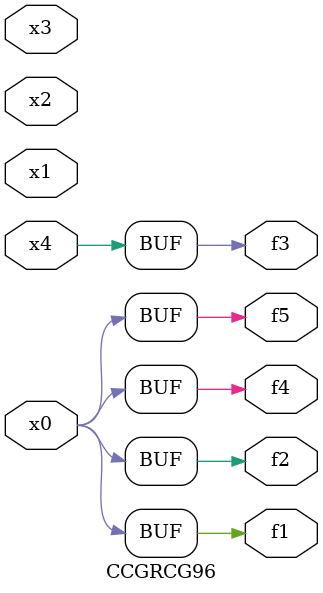
<source format=v>
module CCGRCG96(
	input x0, x1, x2, x3, x4,
	output f1, f2, f3, f4, f5
);
	assign f1 = x0;
	assign f2 = x0;
	assign f3 = x4;
	assign f4 = x0;
	assign f5 = x0;
endmodule

</source>
